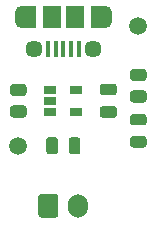
<source format=gbr>
%TF.GenerationSoftware,KiCad,Pcbnew,(5.1.10)-1*%
%TF.CreationDate,2021-10-28T23:59:16+02:00*%
%TF.ProjectId,Battery Charger Li-Po,42617474-6572-4792-9043-686172676572,rev?*%
%TF.SameCoordinates,Original*%
%TF.FileFunction,Soldermask,Top*%
%TF.FilePolarity,Negative*%
%FSLAX46Y46*%
G04 Gerber Fmt 4.6, Leading zero omitted, Abs format (unit mm)*
G04 Created by KiCad (PCBNEW (5.1.10)-1) date 2021-10-28 23:59:16*
%MOMM*%
%LPD*%
G01*
G04 APERTURE LIST*
%ADD10C,1.500000*%
%ADD11O,1.700000X2.000000*%
%ADD12R,1.060000X0.650000*%
%ADD13R,1.200000X1.900000*%
%ADD14O,1.200000X1.900000*%
%ADD15R,1.500000X1.900000*%
%ADD16C,1.450000*%
%ADD17R,0.400000X1.350000*%
G04 APERTURE END LIST*
D10*
%TO.C,REF\u002A\u002A*%
X134620000Y-128270000D03*
%TD*%
%TO.C,REF\u002A\u002A*%
X144780000Y-118110000D03*
%TD*%
D11*
%TO.C,J2*%
X139660000Y-133350000D03*
G36*
G01*
X136310000Y-134100000D02*
X136310000Y-132600000D01*
G75*
G02*
X136560000Y-132350000I250000J0D01*
G01*
X137760000Y-132350000D01*
G75*
G02*
X138010000Y-132600000I0J-250000D01*
G01*
X138010000Y-134100000D01*
G75*
G02*
X137760000Y-134350000I-250000J0D01*
G01*
X136560000Y-134350000D01*
G75*
G02*
X136310000Y-134100000I0J250000D01*
G01*
G37*
%TD*%
D12*
%TO.C,U1*%
X139530000Y-123510000D03*
X139530000Y-125410000D03*
X137330000Y-125410000D03*
X137330000Y-124460000D03*
X137330000Y-123510000D03*
%TD*%
%TO.C,R2*%
G36*
G01*
X134169999Y-124860000D02*
X135070001Y-124860000D01*
G75*
G02*
X135320000Y-125109999I0J-249999D01*
G01*
X135320000Y-125635001D01*
G75*
G02*
X135070001Y-125885000I-249999J0D01*
G01*
X134169999Y-125885000D01*
G75*
G02*
X133920000Y-125635001I0J249999D01*
G01*
X133920000Y-125109999D01*
G75*
G02*
X134169999Y-124860000I249999J0D01*
G01*
G37*
G36*
G01*
X134169999Y-123035000D02*
X135070001Y-123035000D01*
G75*
G02*
X135320000Y-123284999I0J-249999D01*
G01*
X135320000Y-123810001D01*
G75*
G02*
X135070001Y-124060000I-249999J0D01*
G01*
X134169999Y-124060000D01*
G75*
G02*
X133920000Y-123810001I0J249999D01*
G01*
X133920000Y-123284999D01*
G75*
G02*
X134169999Y-123035000I249999J0D01*
G01*
G37*
%TD*%
%TO.C,R1*%
G36*
G01*
X145230001Y-122790000D02*
X144329999Y-122790000D01*
G75*
G02*
X144080000Y-122540001I0J249999D01*
G01*
X144080000Y-122014999D01*
G75*
G02*
X144329999Y-121765000I249999J0D01*
G01*
X145230001Y-121765000D01*
G75*
G02*
X145480000Y-122014999I0J-249999D01*
G01*
X145480000Y-122540001D01*
G75*
G02*
X145230001Y-122790000I-249999J0D01*
G01*
G37*
G36*
G01*
X145230001Y-124615000D02*
X144329999Y-124615000D01*
G75*
G02*
X144080000Y-124365001I0J249999D01*
G01*
X144080000Y-123839999D01*
G75*
G02*
X144329999Y-123590000I249999J0D01*
G01*
X145230001Y-123590000D01*
G75*
G02*
X145480000Y-123839999I0J-249999D01*
G01*
X145480000Y-124365001D01*
G75*
G02*
X145230001Y-124615000I-249999J0D01*
G01*
G37*
%TD*%
D13*
%TO.C,J1*%
X141330000Y-117339215D03*
X135530000Y-117339215D03*
D14*
X134930000Y-117339215D03*
X141930000Y-117339215D03*
D15*
X139430000Y-117339215D03*
D16*
X135930000Y-120039215D03*
D17*
X138430000Y-120039215D03*
X137780000Y-120039215D03*
X137130000Y-120039215D03*
X139730000Y-120039215D03*
X139080000Y-120039215D03*
D16*
X140930000Y-120039215D03*
D15*
X137430000Y-117339215D03*
%TD*%
%TO.C,D1*%
G36*
G01*
X145236250Y-126550000D02*
X144323750Y-126550000D01*
G75*
G02*
X144080000Y-126306250I0J243750D01*
G01*
X144080000Y-125818750D01*
G75*
G02*
X144323750Y-125575000I243750J0D01*
G01*
X145236250Y-125575000D01*
G75*
G02*
X145480000Y-125818750I0J-243750D01*
G01*
X145480000Y-126306250D01*
G75*
G02*
X145236250Y-126550000I-243750J0D01*
G01*
G37*
G36*
G01*
X145236250Y-128425000D02*
X144323750Y-128425000D01*
G75*
G02*
X144080000Y-128181250I0J243750D01*
G01*
X144080000Y-127693750D01*
G75*
G02*
X144323750Y-127450000I243750J0D01*
G01*
X145236250Y-127450000D01*
G75*
G02*
X145480000Y-127693750I0J-243750D01*
G01*
X145480000Y-128181250D01*
G75*
G02*
X145236250Y-128425000I-243750J0D01*
G01*
G37*
%TD*%
%TO.C,C2*%
G36*
G01*
X138880000Y-128745000D02*
X138880000Y-127795000D01*
G75*
G02*
X139130000Y-127545000I250000J0D01*
G01*
X139630000Y-127545000D01*
G75*
G02*
X139880000Y-127795000I0J-250000D01*
G01*
X139880000Y-128745000D01*
G75*
G02*
X139630000Y-128995000I-250000J0D01*
G01*
X139130000Y-128995000D01*
G75*
G02*
X138880000Y-128745000I0J250000D01*
G01*
G37*
G36*
G01*
X136980000Y-128745000D02*
X136980000Y-127795000D01*
G75*
G02*
X137230000Y-127545000I250000J0D01*
G01*
X137730000Y-127545000D01*
G75*
G02*
X137980000Y-127795000I0J-250000D01*
G01*
X137980000Y-128745000D01*
G75*
G02*
X137730000Y-128995000I-250000J0D01*
G01*
X137230000Y-128995000D01*
G75*
G02*
X136980000Y-128745000I0J250000D01*
G01*
G37*
%TD*%
%TO.C,C1*%
G36*
G01*
X142715000Y-124010000D02*
X141765000Y-124010000D01*
G75*
G02*
X141515000Y-123760000I0J250000D01*
G01*
X141515000Y-123260000D01*
G75*
G02*
X141765000Y-123010000I250000J0D01*
G01*
X142715000Y-123010000D01*
G75*
G02*
X142965000Y-123260000I0J-250000D01*
G01*
X142965000Y-123760000D01*
G75*
G02*
X142715000Y-124010000I-250000J0D01*
G01*
G37*
G36*
G01*
X142715000Y-125910000D02*
X141765000Y-125910000D01*
G75*
G02*
X141515000Y-125660000I0J250000D01*
G01*
X141515000Y-125160000D01*
G75*
G02*
X141765000Y-124910000I250000J0D01*
G01*
X142715000Y-124910000D01*
G75*
G02*
X142965000Y-125160000I0J-250000D01*
G01*
X142965000Y-125660000D01*
G75*
G02*
X142715000Y-125910000I-250000J0D01*
G01*
G37*
%TD*%
M02*

</source>
